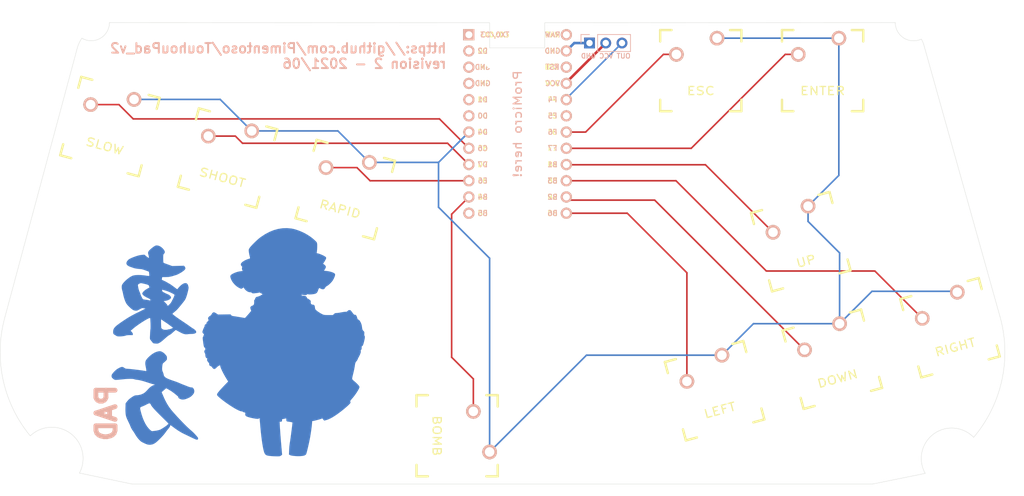
<source format=kicad_pcb>
(kicad_pcb (version 20171130) (host pcbnew "(5.1.10-1-10_14)")
  (layers (0 F.Cu signal) (31 B.Cu signal) (34 B.Paste user) (35 F.Paste user) (36 B.SilkS user) (37 F.SilkS user) (38 B.Mask user) (39 F.Mask user) (44 Edge.Cuts user))
  (net 0 "")
  (net 1 "Net-(J0-Pad3)")
  (net 2 "Net-(J0-Pad2)")
  (net 3 "Net-(J0-Pad1)")
  (net 4 "Net-(SW0-Pad2)")
  (net 5 "Net-(SW0-Pad1)")
  (net 6 "Net-(SW1-Pad2)")
  (net 7 "Net-(SW2-Pad2)")
  (net 8 "Net-(SW3-Pad2)")
  (net 9 "Net-(SW4-Pad2)")
  (net 10 "Net-(SW5-Pad2)")
  (net 11 "Net-(SW6-Pad2)")
  (net 12 "Net-(SW7-Pad2)")
  (net 13 "Net-(SW8-Pad2)")
  (net 14 "Net-(SW9-Pad2)")
  (module MountingHole:MountingHole_2.2mm_M2 (layer F.Cu) (at 146.84375 52.959)
    (fp_text reference REF** hide)
    (fp_text value MountingHole_2.2mm_M2 hide)
    (pad 1 np_thru_hole circle (at 0 0) (size 2.2 2.2) (drill 2.2) (layers *.Cu *.Mask))
  )
  (module Keebio-Parts:ArduinoProMicro (layer F.Cu) (at 150.8125 62.70625 270)
    (fp_text reference U0 hide)
    (fp_text value "ProMicro here!" (at 0 0 270) (layer B.SilkS) (effects (font (size 1.27 1.524) (thickness 0.2032)) (justify mirror)))
    (fp_text user ST (at -8.91 -5.04) (layer B.SilkS) (effects (font (size 0.8 0.8)) (justify mirror)))
    (fp_text user TX0/D3 (at -13.97 3.571872) (layer F.SilkS) (effects (font (size 0.8 0.8))))
    (fp_text user TX0/D3 (at -13.97 3.571872) (layer B.SilkS) (effects (font (size 0.8 0.8)) (justify mirror)))
    (fp_text user D2 (at -11.43 5.461) (layer F.SilkS) (effects (font (size 0.8 0.8))))
    (fp_text user D0 (at -1.27 5.461) (layer F.SilkS) (effects (font (size 0.8 0.8))))
    (fp_text user D1 (at -3.81 5.461) (layer F.SilkS) (effects (font (size 0.8 0.8))))
    (fp_text user GND (at -6.35 5.461) (layer F.SilkS) (effects (font (size 0.8 0.8))))
    (fp_text user GND (at -8.89 5.461) (layer F.SilkS) (effects (font (size 0.8 0.8))))
    (fp_text user D4 (at 1.27 5.461) (layer F.SilkS) (effects (font (size 0.8 0.8))))
    (fp_text user C6 (at 3.81 5.461) (layer F.SilkS) (effects (font (size 0.8 0.8))))
    (fp_text user D7 (at 6.35 5.461) (layer F.SilkS) (effects (font (size 0.8 0.8))))
    (fp_text user E6 (at 8.89 5.461) (layer F.SilkS) (effects (font (size 0.8 0.8))))
    (fp_text user B4 (at 11.43 5.461) (layer F.SilkS) (effects (font (size 0.8 0.8))))
    (fp_text user B5 (at 13.97 5.461) (layer F.SilkS) (effects (font (size 0.8 0.8))))
    (fp_text user B6 (at 13.97 -5.461) (layer F.SilkS) (effects (font (size 0.8 0.8))))
    (fp_text user B2 (at 11.43 -5.461) (layer B.SilkS) (effects (font (size 0.8 0.8)) (justify mirror)))
    (fp_text user B3 (at 8.89 -5.461) (layer F.SilkS) (effects (font (size 0.8 0.8))))
    (fp_text user B1 (at 6.35 -5.461) (layer F.SilkS) (effects (font (size 0.8 0.8))))
    (fp_text user F7 (at 3.81 -5.461) (layer B.SilkS) (effects (font (size 0.8 0.8)) (justify mirror)))
    (fp_text user F6 (at 1.27 -5.461) (layer B.SilkS) (effects (font (size 0.8 0.8)) (justify mirror)))
    (fp_text user F5 (at -1.27 -5.461) (layer B.SilkS) (effects (font (size 0.8 0.8)) (justify mirror)))
    (fp_text user F4 (at -3.81 -5.461) (layer F.SilkS) (effects (font (size 0.8 0.8))))
    (fp_text user VCC (at -6.35 -5.461) (layer F.SilkS) (effects (font (size 0.8 0.8))))
    (fp_text user ST (at -8.92 -5.73312) (layer F.SilkS) (effects (font (size 0.8 0.8))))
    (fp_text user GND (at -11.43 -5.461) (layer F.SilkS) (effects (font (size 0.8 0.8))))
    (fp_text user RAW (at -13.97 -5.461) (layer F.SilkS) (effects (font (size 0.8 0.8))))
    (fp_text user RAW (at -13.97 -5.461) (layer B.SilkS) (effects (font (size 0.8 0.8)) (justify mirror)))
    (fp_text user GND (at -11.43 -5.461) (layer B.SilkS) (effects (font (size 0.8 0.8)) (justify mirror)))
    (fp_text user VCC (at -6.35 -5.461) (layer B.SilkS) (effects (font (size 0.8 0.8)) (justify mirror)))
    (fp_text user F4 (at -3.81 -5.461) (layer B.SilkS) (effects (font (size 0.8 0.8)) (justify mirror)))
    (fp_text user F5 (at -1.27 -5.461) (layer F.SilkS) (effects (font (size 0.8 0.8))))
    (fp_text user F6 (at 1.27 -5.461) (layer F.SilkS) (effects (font (size 0.8 0.8))))
    (fp_text user F7 (at 3.81 -5.461) (layer F.SilkS) (effects (font (size 0.8 0.8))))
    (fp_text user B1 (at 6.35 -5.461) (layer B.SilkS) (effects (font (size 0.8 0.8)) (justify mirror)))
    (fp_text user B3 (at 8.89 -5.461) (layer B.SilkS) (effects (font (size 0.8 0.8)) (justify mirror)))
    (fp_text user B2 (at 11.43 -5.461) (layer F.SilkS) (effects (font (size 0.8 0.8))))
    (fp_text user B6 (at 13.97 -5.461) (layer B.SilkS) (effects (font (size 0.8 0.8)) (justify mirror)))
    (fp_text user B5 (at 13.97 5.461) (layer B.SilkS) (effects (font (size 0.8 0.8)) (justify mirror)))
    (fp_text user B4 (at 11.43 5.461) (layer B.SilkS) (effects (font (size 0.8 0.8)) (justify mirror)))
    (fp_text user E6 (at 8.89 5.461) (layer B.SilkS) (effects (font (size 0.8 0.8)) (justify mirror)))
    (fp_text user D7 (at 6.35 5.461) (layer B.SilkS) (effects (font (size 0.8 0.8)) (justify mirror)))
    (fp_text user C6 (at 3.81 5.461) (layer B.SilkS) (effects (font (size 0.8 0.8)) (justify mirror)))
    (fp_text user D4 (at 1.27 5.461) (layer B.SilkS) (effects (font (size 0.8 0.8)) (justify mirror)))
    (fp_text user GND (at -8.89 5.461) (layer B.SilkS) (effects (font (size 0.8 0.8)) (justify mirror)))
    (fp_text user GND (at -6.35 5.461) (layer B.SilkS) (effects (font (size 0.8 0.8)) (justify mirror)))
    (fp_text user D1 (at -3.81 5.461) (layer B.SilkS) (effects (font (size 0.8 0.8)) (justify mirror)))
    (fp_text user D0 (at -1.27 5.461) (layer B.SilkS) (effects (font (size 0.8 0.8)) (justify mirror)))
    (fp_text user D2 (at -11.43 5.461) (layer B.SilkS) (effects (font (size 0.8 0.8)) (justify mirror)))
    (pad 24 thru_hole circle (at -13.97 -7.62 270) (size 1.7526 1.7526) (drill 1.0922) (layers *.Cu *.SilkS *.Mask))
    (pad 12 thru_hole circle (at 13.97 7.62 270) (size 1.7526 1.7526) (drill 1.0922) (layers *.Cu *.SilkS *.Mask))
    (pad 23 thru_hole circle (at -11.43 -7.62 270) (size 1.7526 1.7526) (drill 1.0922) (layers *.Cu *.SilkS *.Mask) (net 3 "Net-(J0-Pad1)"))
    (pad 22 thru_hole circle (at -8.89 -7.62 270) (size 1.7526 1.7526) (drill 1.0922) (layers *.Cu *.SilkS *.Mask))
    (pad 21 thru_hole circle (at -6.35 -7.62 270) (size 1.7526 1.7526) (drill 1.0922) (layers *.Cu *.SilkS *.Mask) (net 2 "Net-(J0-Pad2)"))
    (pad 20 thru_hole circle (at -3.81 -7.62 270) (size 1.7526 1.7526) (drill 1.0922) (layers *.Cu *.SilkS *.Mask) (net 1 "Net-(J0-Pad3)"))
    (pad 19 thru_hole circle (at -1.27 -7.62 270) (size 1.7526 1.7526) (drill 1.0922) (layers *.Cu *.SilkS *.Mask))
    (pad 18 thru_hole circle (at 1.27 -7.62 270) (size 1.7526 1.7526) (drill 1.0922) (layers *.Cu *.SilkS *.Mask) (net 9 "Net-(SW4-Pad2)"))
    (pad 17 thru_hole circle (at 3.81 -7.62 270) (size 1.7526 1.7526) (drill 1.0922) (layers *.Cu *.SilkS *.Mask) (net 10 "Net-(SW5-Pad2)"))
    (pad 16 thru_hole circle (at 6.35 -7.62 270) (size 1.7526 1.7526) (drill 1.0922) (layers *.Cu *.SilkS *.Mask) (net 12 "Net-(SW7-Pad2)"))
    (pad 15 thru_hole circle (at 8.89 -7.62 270) (size 1.7526 1.7526) (drill 1.0922) (layers *.Cu *.SilkS *.Mask) (net 14 "Net-(SW9-Pad2)"))
    (pad 14 thru_hole circle (at 11.43 -7.62 270) (size 1.7526 1.7526) (drill 1.0922) (layers *.Cu *.SilkS *.Mask) (net 13 "Net-(SW8-Pad2)"))
    (pad 13 thru_hole circle (at 13.97 -7.62 270) (size 1.7526 1.7526) (drill 1.0922) (layers *.Cu *.SilkS *.Mask) (net 11 "Net-(SW6-Pad2)"))
    (pad 11 thru_hole circle (at 11.43 7.62 270) (size 1.7526 1.7526) (drill 1.0922) (layers *.Cu *.SilkS *.Mask) (net 8 "Net-(SW3-Pad2)"))
    (pad 10 thru_hole circle (at 8.89 7.62 270) (size 1.7526 1.7526) (drill 1.0922) (layers *.Cu *.SilkS *.Mask) (net 7 "Net-(SW2-Pad2)"))
    (pad 9 thru_hole circle (at 6.35 7.62 270) (size 1.7526 1.7526) (drill 1.0922) (layers *.Cu *.SilkS *.Mask) (net 6 "Net-(SW1-Pad2)"))
    (pad 8 thru_hole circle (at 3.81 7.62 270) (size 1.7526 1.7526) (drill 1.0922) (layers *.Cu *.SilkS *.Mask) (net 4 "Net-(SW0-Pad2)"))
    (pad 7 thru_hole circle (at 1.27 7.62 270) (size 1.7526 1.7526) (drill 1.0922) (layers *.Cu *.SilkS *.Mask) (net 5 "Net-(SW0-Pad1)"))
    (pad 6 thru_hole circle (at -1.27 7.62 270) (size 1.7526 1.7526) (drill 1.0922) (layers *.Cu *.SilkS *.Mask))
    (pad 5 thru_hole circle (at -3.81 7.62 270) (size 1.7526 1.7526) (drill 1.0922) (layers *.Cu *.SilkS *.Mask))
    (pad 4 thru_hole circle (at -6.35 7.62 270) (size 1.7526 1.7526) (drill 1.0922) (layers *.Cu *.SilkS *.Mask))
    (pad 3 thru_hole circle (at -8.89 7.62 270) (size 1.7526 1.7526) (drill 1.0922) (layers *.Cu *.SilkS *.Mask))
    (pad 2 thru_hole circle (at -11.43 7.62 270) (size 1.7526 1.7526) (drill 1.0922) (layers *.Cu *.SilkS *.Mask))
    (pad 1 thru_hole rect (at -13.97 7.62 270) (size 1.7526 1.7526) (drill 1.0922) (layers *.Cu *.SilkS *.Mask))
  )
  (module yuyuko:yuyuko (layer B.Cu) (at 107.15625 96.8375 180)
    (fp_text reference "" (at 0 0) (layer B.SilkS) (effects (font (size 1.27 1.27)) (justify mirror)))
    (fp_text value "" (at 0 0) (layer B.SilkS) (effects (font (size 1.27 1.27)) (justify mirror)))
  )
  (module yuyuko:yuyuko_cu (layer B.Cu) (at 107.15625 96.8375 180)
    (fp_text reference "" (at 0 0) (layer B.SilkS) (effects (font (size 1.27 1.27)) (justify mirror)))
    (fp_text value "" (at 0 0) (layer B.SilkS) (effects (font (size 1.27 1.27)) (justify mirror)))
    (fp_poly (pts (xy -6.902485 17.802755) (xy -6.215322 17.698689) (xy -5.533448 17.510572) (xy -4.856404 17.238273) (xy -4.183736 16.881661) (xy -3.514985 16.440604) (xy -3.395019 16.352257) (xy -3.210877 16.205362) (xy -2.998282 16.020909) (xy -2.769366 15.810935) (xy -2.53626 15.587473) (xy -2.311098 15.362561) (xy -2.106011 15.148232) (xy -1.933131 14.956524) (xy -1.804591 14.79947) (xy -1.749375 14.719723) (xy -1.670648 14.58507) (xy -1.627661 14.484743) (xy -1.61274 14.384514) (xy -1.618212 14.250152) (xy -1.625497 14.16711) (xy -1.652162 13.962597) (xy -1.693985 13.731188) (xy -1.736084 13.546667) (xy -1.787708 13.342478) (xy -1.81345 13.204464) (xy -1.809321 13.117014) (xy -1.771332 13.064515) (xy -1.695491 13.031356) (xy -1.598083 13.006667) (xy -1.368944 12.934315) (xy -1.115869 12.824499) (xy -0.868752 12.692532) (xy -0.657484 12.553726) (xy -0.564052 12.476948) (xy -0.426624 12.315184) (xy -0.37337 12.160028) (xy -0.404166 12.01016) (xy -0.508279 11.874233) (xy -0.590681 11.776981) (xy -0.597479 11.715097) (xy -0.592946 11.709679) (xy -0.560904 11.630641) (xy -0.552841 11.50629) (xy -0.567076 11.371998) (xy -0.601926 11.263138) (xy -0.61518 11.241992) (xy -0.663274 11.167943) (xy -0.677333 11.131415) (xy -0.638513 11.114438) (xy -0.53568 11.095108) (xy -0.389273 11.077075) (xy -0.354311 11.07374) (xy -0.076509 11.031298) (xy 0.217851 10.956719) (xy 0.509473 10.857603) (xy 0.779058 10.741548) (xy 1.00731 10.616156) (xy 1.17493 10.489024) (xy 1.202635 10.460605) (xy 1.258589 10.342559) (xy 1.256538 10.173709) (xy 1.19598 9.950906) (xy 1.077405 9.673058) (xy 0.895151 9.36704) (xy 0.653698 9.068205) (xy 0.3742 8.798243) (xy 0.07781 8.578846) (xy -0.073026 8.493417) (xy -0.224908 8.421078) (xy -0.353576 8.367032) (xy -0.435969 8.340777) (xy -0.446268 8.339667) (xy -0.520124 8.364047) (xy -0.623717 8.425071) (xy -0.660143 8.451404) (xy -0.751765 8.515662) (xy -0.811225 8.546837) (xy -0.820918 8.546654) (xy -0.849179 8.500592) (xy -0.88676 8.431171) (xy -1.018743 8.238297) (xy -1.19519 8.064699) (xy -1.396266 7.92385) (xy -1.602135 7.829219) (xy -1.792962 7.794276) (xy -1.823102 7.795285) (xy -1.964487 7.78597) (xy -2.074529 7.723647) (xy -2.092793 7.70721) (xy -2.151059 7.658382) (xy -2.211594 7.630984) (xy -2.296924 7.621465) (xy -2.429574 7.626272) (xy -2.549467 7.635209) (xy -2.75267 7.656228) (xy -2.959098 7.685431) (xy -3.126604 7.716788) (xy -3.137388 7.719287) (xy -3.273345 7.748803) (xy -3.351537 7.754366) (xy -3.395917 7.734175) (xy -3.423497 7.697747) (xy -3.496209 7.634231) (xy -3.549797 7.62) (xy -3.629337 7.592016) (xy -3.712308 7.527724) (xy -3.763644 7.45662) (xy -3.767666 7.43675) (xy -3.733597 7.410853) (xy -3.709876 7.408334) (xy -3.639982 7.38372) (xy -3.54471 7.323429) (xy -3.531244 7.313084) (xy -3.421659 7.247744) (xy -3.265793 7.178825) (xy -3.096586 7.118522) (xy -2.946976 7.079029) (xy -2.875462 7.07029) (xy -2.78928 7.034991) (xy -2.701228 6.951077) (xy -2.63868 6.849389) (xy -2.624666 6.78775) (xy -2.594692 6.696404) (xy -2.535732 6.621304) (xy -2.487183 6.5655) (xy -2.463193 6.494336) (xy -2.458676 6.382437) (xy -2.464427 6.265493) (xy -2.456683 6.021764) (xy -2.398905 5.842348) (xy -2.292129 5.729491) (xy -2.200797 5.693716) (xy -2.042639 5.631782) (xy -1.924336 5.533341) (xy -1.865566 5.416415) (xy -1.862457 5.383844) (xy -1.876702 5.275573) (xy -1.912911 5.133932) (xy -1.933233 5.072439) (xy -2.004218 4.874378) (xy -1.76363 4.585606) (xy -1.611852 4.406928) (xy -1.439637 4.20942) (xy -1.282765 4.034088) (xy -1.274313 4.024831) (xy -1.025584 3.752829) (xy -0.100042 3.908912) (xy 0.1751 3.954565) (xy 0.426713 3.994903) (xy 0.641207 4.027863) (xy 0.804994 4.051378) (xy 0.904486 4.063383) (xy 0.923483 4.064498) (xy 1.021486 4.098437) (xy 1.125349 4.187582) (xy 1.13113 4.194328) (xy 1.240794 4.324657) (xy 2.218481 4.310745) (xy 3.196167 4.296833) (xy 3.465574 4.47675) (xy 3.656628 4.592697) (xy 3.802816 4.648811) (xy 3.919077 4.645189) (xy 4.020349 4.581931) (xy 4.106068 4.480982) (xy 4.179242 4.370751) (xy 4.225255 4.283706) (xy 4.233334 4.254944) (xy 4.267726 4.201444) (xy 4.333956 4.158744) (xy 4.42738 4.102641) (xy 4.54363 4.015619) (xy 4.587956 3.97823) (xy 4.692596 3.868006) (xy 4.736785 3.764525) (xy 4.741334 3.708248) (xy 4.727294 3.598564) (xy 4.693633 3.525233) (xy 4.662752 3.441773) (xy 4.695338 3.337893) (xy 4.781723 3.235834) (xy 4.83689 3.195607) (xy 4.937247 3.11264) (xy 4.980527 3.006799) (xy 4.987306 2.95219) (xy 5.007848 2.841677) (xy 5.051233 2.797229) (xy 5.075994 2.794) (xy 5.177685 2.755984) (xy 5.256018 2.659045) (xy 5.291267 2.528851) (xy 5.291667 2.513383) (xy 5.304333 2.409533) (xy 5.332145 2.347122) (xy 5.378117 2.275033) (xy 5.438327 2.146848) (xy 5.503187 1.987716) (xy 5.563111 1.822785) (xy 5.608511 1.677206) (xy 5.629801 1.576128) (xy 5.630334 1.564896) (xy 5.592505 1.441044) (xy 5.488382 1.323469) (xy 5.40293 1.241734) (xy 5.374895 1.186729) (xy 5.394141 1.13415) (xy 5.403715 1.120493) (xy 5.450975 1.015453) (xy 5.461 0.949593) (xy 5.490856 0.84846) (xy 5.529399 0.800268) (xy 5.556245 0.767323) (xy 5.572911 0.714359) (xy 5.578897 0.631088) (xy 5.573701 0.507222) (xy 5.556822 0.332473) (xy 5.52776 0.09655) (xy 5.486012 -0.210833) (xy 5.477024 -0.275167) (xy 5.439651 -0.510574) (xy 5.402927 -0.672239) (xy 5.363969 -0.77101) (xy 5.335804 -0.806869) (xy 5.262406 -0.891634) (xy 5.192919 -1.002298) (xy 5.152153 -1.094032) (xy 5.160122 -1.15385) (xy 5.223624 -1.223386) (xy 5.230003 -1.229392) (xy 5.312649 -1.360301) (xy 5.331862 -1.519508) (xy 5.286534 -1.678004) (xy 5.249334 -1.735667) (xy 5.19083 -1.85185) (xy 5.166912 -2.017578) (xy 5.165608 -2.075497) (xy 5.141735 -2.290046) (xy 5.069367 -2.440391) (xy 4.944369 -2.534444) (xy 4.920668 -2.544245) (xy 4.849131 -2.583226) (xy 4.852203 -2.624464) (xy 4.86144 -2.634706) (xy 4.90754 -2.73726) (xy 4.889562 -2.876819) (xy 4.810236 -3.038379) (xy 4.780005 -3.081993) (xy 4.699173 -3.182602) (xy 4.634286 -3.247002) (xy 4.610671 -3.259667) (xy 4.587267 -3.297429) (xy 4.573521 -3.392622) (xy 4.572 -3.443605) (xy 4.544667 -3.612209) (xy 4.46708 -3.723058) (xy 4.345854 -3.767255) (xy 4.331008 -3.767667) (xy 4.24757 -3.804709) (xy 4.149862 -3.906461) (xy 4.125302 -3.940172) (xy 3.989765 -4.112832) (xy 3.868613 -4.206897) (xy 3.748649 -4.223418) (xy 3.616672 -4.163448) (xy 3.459485 -4.02804) (xy 3.427554 -3.995796) (xy 3.249065 -3.831916) (xy 3.080435 -3.713005) (xy 2.936965 -3.648989) (xy 2.880027 -3.640667) (xy 2.847006 -3.676837) (xy 2.836334 -3.744933) (xy 2.814493 -3.867756) (xy 2.752487 -4.051031) (xy 2.655589 -4.283766) (xy 2.529073 -4.554974) (xy 2.378213 -4.853664) (xy 2.208283 -5.168848) (xy 2.024556 -5.489535) (xy 1.89985 -5.69635) (xy 1.600971 -6.181636) (xy 2.200847 -6.80291) (xy 2.406048 -7.018475) (xy 2.61141 -7.239619) (xy 2.801812 -7.449671) (xy 2.962133 -7.631963) (xy 3.072528 -7.7639) (xy 3.213685 -7.945093) (xy 3.304968 -8.085987) (xy 3.343802 -8.202102) (xy 3.327607 -8.308957) (xy 3.253806 -8.422074) (xy 3.119822 -8.556972) (xy 2.923077 -8.729171) (xy 2.910417 -8.740005) (xy 2.605068 -8.991753) (xy 2.274392 -9.247616) (xy 1.92715 -9.502121) (xy 1.572106 -9.749795) (xy 1.218022 -9.985165) (xy 0.873659 -10.202759) (xy 0.547781 -10.397103) (xy 0.24915 -10.562725) (xy -0.013472 -10.694152) (xy -0.231322 -10.78591) (xy -0.395638 -10.832529) (xy -0.44756 -10.837333) (xy -0.598308 -10.864801) (xy -0.708115 -10.922) (xy -0.806805 -10.982024) (xy -0.891247 -11.006667) (xy -1.01152 -11.019968) (xy -1.071704 -11.071033) (xy -1.084302 -11.176604) (xy -1.076682 -11.254925) (xy -1.066434 -11.382404) (xy -1.086166 -11.465548) (xy -1.147971 -11.542781) (xy -1.175823 -11.569873) (xy -1.246286 -11.624517) (xy -1.343848 -11.674489) (xy -1.483213 -11.7253) (xy -1.679082 -11.782462) (xy -1.88854 -11.837023) (xy -2.136453 -11.894955) (xy -2.390165 -11.946286) (xy -2.621652 -11.985819) (xy -2.802889 -12.008358) (xy -2.819445 -12.00964) (xy -2.99095 -12.019991) (xy -3.0988 -12.019028) (xy -3.163651 -12.00318) (xy -3.206161 -11.968877) (xy -3.228895 -11.938866) (xy -3.270552 -11.884706) (xy -3.293408 -11.885942) (xy -3.308519 -11.953679) (xy -3.318183 -12.028542) (xy -3.328995 -12.129506) (xy -3.345167 -12.297646) (xy -3.365124 -12.515756) (xy -3.38729 -12.766631) (xy -3.408776 -13.0175) (xy -3.469602 -13.692017) (xy -3.535033 -14.330408) (xy -3.604194 -14.927025) (xy -3.676208 -15.476218) (xy -3.750198 -15.972339) (xy -3.825289 -16.409738) (xy -3.900603 -16.782768) (xy -3.975265 -17.085778) (xy -4.048398 -17.31312) (xy -4.090055 -17.408647) (xy -4.181475 -17.559134) (xy -4.289503 -17.664449) (xy -4.434142 -17.736915) (xy -4.635396 -17.788857) (xy -4.736011 -17.806612) (xy -4.918455 -17.830175) (xy -5.146071 -17.85057) (xy -5.400915 -17.867168) (xy -5.665041 -17.879337) (xy -5.920503 -17.886448) (xy -6.149356 -17.88787) (xy -6.333656 -17.882972) (xy -6.455456 -17.871124) (xy -6.47179 -17.867597) (xy -6.605606 -17.809578) (xy -6.720175 -17.725401) (xy -6.825602 -17.619973) (xy -6.714402 -16.37707) (xy -6.657863 -15.725563) (xy -6.60496 -15.077452) (xy -6.556933 -14.449466) (xy -6.515026 -13.858337) (xy -6.480481 -13.320793) (xy -6.458406 -12.929536) (xy -6.434049 -12.460573) (xy -6.561745 -12.479315) (xy -6.69907 -12.471592) (xy -6.782951 -12.39895) (xy -6.815176 -12.259668) (xy -6.815666 -12.234657) (xy -6.815666 -12.076015) (xy -7.08025 -12.025761) (xy -7.231544 -11.995876) (xy -7.356796 -11.969101) (xy -7.418916 -11.953901) (xy -7.463579 -11.952656) (xy -7.485777 -11.994993) (xy -7.492774 -12.098996) (xy -7.493 -12.138347) (xy -7.507416 -12.303184) (xy -7.556655 -12.400109) (xy -7.6497 -12.441838) (xy -7.710366 -12.446) (xy -7.794603 -12.453633) (xy -7.925965 -12.473451) (xy -8.08038 -12.500835) (xy -8.233777 -12.531166) (xy -8.362085 -12.559822) (xy -8.441233 -12.582184) (xy -8.454207 -12.588763) (xy -8.453779 -12.634017) (xy -8.443091 -12.752002) (xy -8.423583 -12.931592) (xy -8.396693 -13.161663) (xy -8.363862 -13.43109) (xy -8.326529 -13.728749) (xy -8.286132 -14.043515) (xy -8.244111 -14.364264) (xy -8.201906 -14.679871) (xy -8.160955 -14.979212) (xy -8.122698 -15.251162) (xy -8.088574 -15.484596) (xy -8.060023 -15.668391) (xy -8.042727 -15.769167) (xy -8.006701 -16.004644) (xy -7.973996 -16.294109) (xy -7.947615 -16.606881) (xy -7.930559 -16.912282) (xy -7.930346 -16.917778) (xy -7.904135 -17.600722) (xy -8.013556 -17.672418) (xy -8.154668 -17.733805) (xy -8.362756 -17.783995) (xy -8.620798 -17.822436) (xy -8.911775 -17.848577) (xy -9.218668 -17.861864) (xy -9.524456 -17.861747) (xy -9.812119 -17.847672) (xy -10.064638 -17.819088) (xy -10.264992 -17.775442) (xy -10.340088 -17.747889) (xy -10.502482 -17.651364) (xy -10.587199 -17.540609) (xy -10.587882 -17.538888) (xy -10.633176 -17.403171) (xy -10.691323 -17.19811) (xy -10.759147 -16.937496) (xy -10.83347 -16.635119) (xy -10.911116 -16.30477) (xy -10.988907 -15.96024) (xy -11.063666 -15.61532) (xy -11.132216 -15.2838) (xy -11.19138 -14.979473) (xy -11.237469 -14.719231) (xy -11.299045 -14.33306) (xy -11.356011 -13.950237) (xy -11.40673 -13.583746) (xy -11.449566 -13.24657) (xy -11.482883 -12.951694) (xy -11.505043 -12.712101) (xy -11.514412 -12.540776) (xy -11.514615 -12.520083) (xy -11.521529 -12.41522) (xy -11.552628 -12.370383) (xy -11.617403 -12.361333) (xy -11.701655 -12.349946) (xy -11.84805 -12.319115) (xy -12.037671 -12.273833) (xy -12.251599 -12.219093) (xy -12.470913 -12.159889) (xy -12.676697 -12.101214) (xy -12.85003 -12.048063) (xy -12.971993 -12.005427) (xy -12.983397 -12.000789) (xy -13.095558 -11.962683) (xy -13.150559 -11.968978) (xy -13.159693 -11.98358) (xy -13.196737 -12.044603) (xy -13.268875 -12.136066) (xy -13.294531 -12.165482) (xy -13.412851 -12.297833) (xy -13.702009 -12.222981) (xy -14.028128 -12.116239) (xy -14.382876 -11.956091) (xy -14.774467 -11.738381) (xy -15.208408 -11.460777) (xy -15.496795 -11.260247) (xy -15.793404 -11.043038) (xy -16.090296 -10.815957) (xy -16.37953 -10.585811) (xy -16.653168 -10.359405) (xy -16.903271 -10.143546) (xy -17.1219 -9.94504) (xy -17.301116 -9.770694) (xy -17.432978 -9.627315) (xy -17.50955 -9.521708) (xy -17.526 -9.473848) (xy -17.50598 -9.368083) (xy -17.482336 -9.310846) (xy -17.470974 -9.266701) (xy -17.487223 -9.210253) (xy -17.538913 -9.129035) (xy -17.633873 -9.010582) (xy -17.768086 -8.855844) (xy -17.972297 -8.612735) (xy -18.174126 -8.351265) (xy -18.366204 -8.083046) (xy -18.541168 -7.819694) (xy -18.691649 -7.572822) (xy -18.810281 -7.354044) (xy -18.889699 -7.174973) (xy -18.922537 -7.047224) (xy -18.923 -7.034966) (xy -18.889921 -6.94158) (xy -18.795412 -6.806013) (xy -18.646568 -6.635815) (xy -18.450482 -6.438534) (xy -18.214248 -6.221719) (xy -17.944961 -5.992919) (xy -17.939757 -5.988658) (xy -17.824707 -5.87097) (xy -17.77858 -5.7564) (xy -17.776626 -5.734658) (xy -17.784936 -5.651265) (xy -17.811863 -5.503528) (xy -17.853776 -5.308793) (xy -17.907042 -5.084409) (xy -17.940286 -4.953) (xy -18.00837 -4.67327) (xy -18.075462 -4.368562) (xy -18.134707 -4.071876) (xy -18.179249 -3.816211) (xy -18.18655 -3.767667) (xy -18.21952 -3.546557) (xy -18.247836 -3.389592) (xy -18.278272 -3.277024) (xy -18.317601 -3.189106) (xy -18.372598 -3.10609) (xy -18.444859 -3.014602) (xy -18.536964 -2.893156) (xy -18.60237 -2.791611) (xy -18.626667 -2.732919) (xy -18.646315 -2.668307) (xy -18.697682 -2.555825) (xy -18.765375 -2.42765) (xy -18.9195 -2.134894) (xy -19.034236 -1.878982) (xy -19.107341 -1.667048) (xy -19.136575 -1.506229) (xy -19.119697 -1.40366) (xy -19.095067 -1.377522) (xy -19.094782 -1.335463) (xy -19.14535 -1.263721) (xy -19.158567 -1.249948) (xy -19.21884 -1.175087) (xy -19.25016 -1.08585) (xy -19.261081 -0.952452) (xy -19.261666 -0.890924) (xy -19.266621 -0.74221) (xy -19.284013 -0.662204) (xy -19.317633 -0.635393) (xy -19.324191 -0.635) (xy -19.383457 -0.614226) (xy -19.439574 -0.546103) (xy -19.496373 -0.42193) (xy -19.557686 -0.233006) (xy -19.627345 0.029369) (xy -19.640772 0.083866) (xy -19.709844 0.385813) (xy -19.75125 0.616441) (xy -19.765662 0.784216) (xy -19.753753 0.897602) (xy -19.716194 0.965064) (xy -19.711127 0.96955) (xy -19.678507 1.025014) (xy -19.667197 1.129845) (xy -19.674802 1.294879) (xy -19.684524 1.446027) (xy -19.677582 1.543111) (xy -19.645147 1.61637) (xy -19.578393 1.696043) (xy -19.548438 1.727729) (xy -19.463316 1.824578) (xy -19.404416 1.917753) (xy -19.364293 2.028654) (xy -19.3355 2.178677) (xy -19.310593 2.389221) (xy -19.307436 2.420318) (xy -19.267882 2.642116) (xy -19.197961 2.867208) (xy -19.105951 3.080363) (xy -19.000129 3.26635) (xy -18.888771 3.409938) (xy -18.780156 3.495898) (xy -18.713231 3.513667) (xy -18.66429 3.53746) (xy -18.61914 3.617551) (xy -18.570735 3.767006) (xy -18.564638 3.789241) (xy -18.487424 4.021995) (xy -18.401581 4.175333) (xy -18.303169 4.254374) (xy -18.197828 4.265829) (xy -18.140284 4.263941) (xy -18.086587 4.284539) (xy -18.024124 4.338978) (xy -17.940285 4.438616) (xy -17.82246 4.594809) (xy -17.802591 4.621759) (xy -17.680317 4.785815) (xy -17.593252 4.893127) (xy -17.5272 4.955711) (xy -17.467964 4.985582) (xy -17.40135 4.994754) (xy -17.361217 4.995333) (xy -17.234127 4.980437) (xy -17.138627 4.921899) (xy -17.080709 4.859673) (xy -16.990689 4.769928) (xy -16.901726 4.735627) (xy -16.80818 4.735448) (xy -16.706989 4.731688) (xy -16.544396 4.713196) (xy -16.341808 4.682882) (xy -16.120632 4.643652) (xy -16.092791 4.638275) (xy -15.863179 4.59678) (xy -15.642057 4.562599) (xy -15.453625 4.539116) (xy -15.322084 4.529711) (xy -15.315591 4.529667) (xy -15.176121 4.522675) (xy -15.078042 4.490708) (xy -14.981609 4.417282) (xy -14.932859 4.370917) (xy -14.770316 4.212167) (xy -14.105575 4.212167) (xy -13.845304 4.213333) (xy -13.652026 4.218101) (xy -13.508081 4.228372) (xy -13.395813 4.246047) (xy -13.297564 4.273029) (xy -13.199226 4.309782) (xy -12.996349 4.406456) (xy -12.759192 4.542016) (xy -12.51615 4.698419) (xy -12.295613 4.857624) (xy -12.158986 4.970783) (xy -12.063267 5.065604) (xy -12.008139 5.153254) (xy -11.977682 5.267338) (xy -11.961848 5.386901) (xy -11.929154 5.593961) (xy -11.879595 5.729658) (xy -11.803537 5.806991) (xy -11.691342 5.838954) (xy -11.624393 5.842) (xy -11.459559 5.871889) (xy -11.35186 5.962684) (xy -11.300004 6.116075) (xy -11.29685 6.271264) (xy -11.298679 6.399017) (xy -11.274118 6.476531) (xy -11.211255 6.536983) (xy -11.198071 6.546431) (xy -11.082369 6.631045) (xy -10.966162 6.720417) (xy -10.867571 6.784573) (xy -10.785379 6.815229) (xy -10.778305 6.815667) (xy -10.721679 6.850854) (xy -10.710333 6.897973) (xy -10.683807 6.984327) (xy -10.619001 7.086101) (xy -10.609604 7.097384) (xy -10.545837 7.160482) (xy -10.472676 7.198316) (xy -10.364605 7.219377) (xy -10.206336 7.231584) (xy -10.040869 7.244913) (xy -9.939625 7.265839) (xy -9.882176 7.300414) (xy -9.857648 7.334913) (xy -9.836528 7.38213) (xy -9.849315 7.404109) (xy -9.91201 7.40487) (xy -10.040616 7.388431) (xy -10.059832 7.385695) (xy -10.298417 7.357096) (xy -10.471604 7.351316) (xy -10.595928 7.369834) (xy -10.687922 7.414131) (xy -10.725772 7.445286) (xy -10.805746 7.505613) (xy -10.852881 7.499889) (xy -10.860326 7.490045) (xy -10.918377 7.465321) (xy -11.040718 7.453409) (xy -11.208158 7.453002) (xy -11.401506 7.462791) (xy -11.601572 7.48147) (xy -11.789165 7.50773) (xy -11.945094 7.540266) (xy -12.034352 7.570027) (xy -12.160882 7.635) (xy -12.254834 7.710346) (xy -12.330438 7.814798) (xy -12.401926 7.96709) (xy -12.466998 8.139527) (xy -12.532233 8.311389) (xy -12.588091 8.410601) (xy -12.651644 8.444944) (xy -12.739961 8.422198) (xy -12.870112 8.350145) (xy -12.895497 8.33484) (xy -13.028613 8.281262) (xy -13.18032 8.255424) (xy -13.19865 8.255) (xy -13.331443 8.270194) (xy -13.42799 8.329491) (xy -13.476478 8.381772) (xy -13.55385 8.48693) (xy -13.605548 8.580827) (xy -13.609829 8.592602) (xy -13.662283 8.657928) (xy -13.765777 8.72975) (xy -13.831996 8.763134) (xy -13.969682 8.845709) (xy -14.144038 8.98436) (xy -14.340783 9.167544) (xy -14.376138 9.203001) (xy -14.55501 9.392317) (xy -14.689217 9.557631) (xy -14.799886 9.728231) (xy -14.908144 9.933406) (xy -14.918895 9.955399) (xy -15.035035 10.218125) (xy -15.098103 10.422964) (xy -15.109219 10.577078) (xy -15.069506 10.687629) (xy -15.038916 10.721913) (xy -14.893829 10.817804) (xy -14.683034 10.909989) (xy -14.425468 10.992772) (xy -14.140068 11.060455) (xy -13.845769 11.107343) (xy -13.715087 11.12017) (xy -13.558206 11.133392) (xy -13.440083 11.145489) (xy -13.380709 11.154341) (xy -13.377333 11.155979) (xy -13.397424 11.194238) (xy -13.450142 11.285287) (xy -13.524151 11.409557) (xy -13.5255 11.411798) (xy -13.625407 11.596447) (xy -13.667626 11.737645) (xy -13.650679 11.85525) (xy -13.57309 11.969126) (xy -13.477206 12.061402) (xy -13.367737 12.152453) (xy -13.280884 12.215102) (xy -13.240768 12.234333) (xy -13.241871 12.264777) (xy -13.285056 12.343905) (xy -13.347345 12.435417) (xy -13.459744 12.603011) (xy -13.563416 12.781204) (xy -13.647638 12.949009) (xy -13.701686 13.085441) (xy -13.716 13.15688) (xy -13.686715 13.241013) (xy -13.620693 13.325111) (xy -13.518299 13.398956) (xy -13.357245 13.490107) (xy -13.159053 13.588682) (xy -12.945246 13.684803) (xy -12.737346 13.768589) (xy -12.556875 13.830161) (xy -12.473432 13.851762) (xy -12.225697 13.904057) (xy -12.252457 14.074612) (xy -12.277143 14.278036) (xy -12.296132 14.523634) (xy -12.308407 14.784405) (xy -12.31295 15.03335) (xy -12.308745 15.243469) (xy -12.300467 15.349587) (xy -12.282836 15.471342) (xy -12.255716 15.562428) (xy -12.205822 15.644937) (xy -12.119868 15.740962) (xy -11.987819 15.869494) (xy -11.735158 16.100505) (xy -11.483884 16.307056) (xy -11.209588 16.507842) (xy -10.887863 16.721555) (xy -10.813323 16.768984) (xy -10.433362 16.988655) (xy -10.010821 17.197374) (xy -9.567016 17.386761) (xy -9.123261 17.548436) (xy -8.700873 17.674018) (xy -8.321167 17.755127) (xy -8.294502 17.759259) (xy -7.595393 17.822901) (xy -6.902485 17.802755)) (layer B.Cu) (width 0.01))
    (fp_poly (pts (xy 12.508606 -1.462305) (xy 12.755485 -1.525361) (xy 13.00999 -1.619709) (xy 13.134172 -1.67773) (xy 13.387496 -1.826723) (xy 13.651516 -2.017932) (xy 13.909237 -2.235808) (xy 14.143668 -2.464802) (xy 14.337815 -2.689367) (xy 14.474685 -2.893954) (xy 14.485124 -2.913806) (xy 14.540352 -3.089949) (xy 14.561365 -3.318351) (xy 14.547642 -3.5736) (xy 14.503534 -3.811689) (xy 14.464942 -3.988935) (xy 14.429953 -4.193384) (xy 14.414208 -4.311748) (xy 14.39984 -4.456523) (xy 14.400279 -4.534553) (xy 14.418906 -4.562985) (xy 14.459103 -4.558966) (xy 14.462758 -4.557928) (xy 14.567685 -4.534968) (xy 14.742932 -4.504895) (xy 14.974618 -4.469494) (xy 15.248864 -4.430548) (xy 15.551792 -4.389843) (xy 15.869522 -4.349163) (xy 16.188175 -4.310292) (xy 16.493872 -4.275016) (xy 16.772734 -4.245118) (xy 17.010882 -4.222384) (xy 17.166167 -4.21033) (xy 17.38713 -4.19494) (xy 17.54286 -4.179124) (xy 17.652662 -4.157839) (xy 17.735843 -4.126042) (xy 17.811709 -4.078687) (xy 17.88463 -4.022623) (xy 18.010681 -3.941567) (xy 18.140842 -3.903745) (xy 18.288094 -3.911243) (xy 18.465416 -3.966149) (xy 18.685789 -4.070549) (xy 18.889979 -4.184237) (xy 19.04901 -4.293716) (xy 19.225255 -4.442775) (xy 19.40326 -4.615057) (xy 19.567572 -4.794205) (xy 19.702738 -4.963863) (xy 19.793304 -5.107676) (xy 19.817331 -5.165764) (xy 19.840602 -5.36528) (xy 19.783537 -5.545622) (xy 19.644717 -5.70996) (xy 19.537091 -5.791937) (xy 19.428319 -5.861799) (xy 19.340857 -5.902199) (xy 19.24609 -5.919496) (xy 19.115402 -5.920046) (xy 18.988027 -5.913913) (xy 18.815624 -5.902009) (xy 18.587026 -5.882633) (xy 18.330111 -5.858318) (xy 18.072757 -5.831592) (xy 18.034 -5.827328) (xy 17.691308 -5.794499) (xy 17.35849 -5.772286) (xy 17.048402 -5.76078) (xy 16.773903 -5.760074) (xy 16.54785 -5.77026) (xy 16.383101 -5.791431) (xy 16.306815 -5.814917) (xy 16.202255 -5.850466) (xy 16.051227 -5.882316) (xy 15.930665 -5.898647) (xy 15.696445 -5.927956) (xy 15.453806 -5.971377) (xy 15.188663 -6.032466) (xy 14.88693 -6.114777) (xy 14.534521 -6.221868) (xy 14.129509 -6.353257) (xy 13.862859 -6.439741) (xy 13.615805 -6.516252) (xy 13.402207 -6.578785) (xy 13.235924 -6.623334) (xy 13.130812 -6.645892) (xy 13.110405 -6.64786) (xy 13.040677 -6.651167) (xy 13.032425 -6.663257) (xy 13.092375 -6.690716) (xy 13.191558 -6.727309) (xy 13.460673 -6.842683) (xy 13.695419 -6.988387) (xy 13.921896 -7.182473) (xy 14.068793 -7.33414) (xy 14.272235 -7.553231) (xy 14.432541 -7.719374) (xy 14.562019 -7.843605) (xy 14.672979 -7.936961) (xy 14.777729 -8.010481) (xy 14.88858 -8.0752) (xy 14.905273 -8.08418) (xy 15.199682 -8.209493) (xy 15.528775 -8.297617) (xy 15.849977 -8.337734) (xy 15.90811 -8.339041) (xy 16.062948 -8.347959) (xy 16.204532 -8.379177) (xy 16.352163 -8.440795) (xy 16.525138 -8.540917) (xy 16.742756 -8.687643) (xy 16.749149 -8.692128) (xy 16.95576 -8.842327) (xy 17.114207 -8.973276) (xy 17.249226 -9.108783) (xy 17.385552 -9.272656) (xy 17.476751 -9.39247) (xy 17.646403 -9.619774) (xy 17.657725 -10.175637) (xy 17.663245 -10.565075) (xy 17.66028 -10.886379) (xy 17.645754 -11.155907) (xy 17.616592 -11.39002) (xy 17.569716 -11.605076) (xy 17.502052 -11.817435) (xy 17.410521 -12.043456) (xy 17.29205 -12.299498) (xy 17.237091 -12.412634) (xy 17.133176 -12.627431) (xy 17.041163 -12.822667) (xy 16.96833 -12.982511) (xy 16.921957 -13.091127) (xy 16.910356 -13.123333) (xy 16.852563 -13.276067) (xy 16.761288 -13.466181) (xy 16.653068 -13.662747) (xy 16.544442 -13.834833) (xy 16.491593 -13.9065) (xy 16.396458 -14.037675) (xy 16.289649 -14.203024) (xy 16.215196 -14.329833) (xy 16.009041 -14.670938) (xy 15.786801 -14.984109) (xy 15.558521 -15.257784) (xy 15.334246 -15.480401) (xy 15.124019 -15.640397) (xy 15.032968 -15.690653) (xy 14.862769 -15.771427) (xy 14.665419 -15.865401) (xy 14.521978 -15.933901) (xy 14.189399 -16.047342) (xy 13.842465 -16.08035) (xy 13.49581 -16.031977) (xy 13.407857 -16.006059) (xy 13.235139 -15.932589) (xy 13.050466 -15.828817) (xy 12.94219 -15.753675) (xy 12.729339 -15.57559) (xy 12.487973 -15.353309) (xy 12.23413 -15.103479) (xy 11.983848 -14.842746) (xy 11.753165 -14.587758) (xy 11.55812 -14.355161) (xy 11.43 -14.184113) (xy 11.299039 -13.999418) (xy 11.164404 -13.818807) (xy 11.044813 -13.666957) (xy 10.980487 -13.591446) (xy 10.818698 -13.390054) (xy 10.712411 -13.208495) (xy 10.668719 -13.059252) (xy 10.668 -13.04129) (xy 10.658297 -13.009765) (xy 10.622095 -13.012016) (xy 10.548755 -13.053556) (xy 10.427636 -13.1399) (xy 10.31875 -13.222277) (xy 9.797451 -13.606002) (xy 9.317354 -13.928171) (xy 8.88197 -14.186522) (xy 8.593667 -14.33386) (xy 8.480527 -14.387736) (xy 8.308303 -14.470562) (xy 8.093988 -14.574128) (xy 7.854573 -14.690223) (xy 7.624407 -14.80218) (xy 7.31659 -14.951546) (xy 7.07456 -15.067095) (xy 6.888354 -15.152833) (xy 6.748011 -15.212767) (xy 6.643568 -15.250902) (xy 6.565064 -15.271245) (xy 6.502535 -15.277802) (xy 6.448844 -15.274908) (xy 6.362932 -15.25097) (xy 6.325091 -15.187287) (xy 6.315543 -15.123243) (xy 6.316723 -15.051019) (xy 6.341649 -14.97768) (xy 6.400097 -14.886786) (xy 6.501844 -14.761893) (xy 6.590709 -14.660456) (xy 6.80638 -14.421803) (xy 6.99421 -14.225431) (xy 7.178886 -14.047218) (xy 7.385097 -13.863042) (xy 7.5565 -13.716792) (xy 7.756006 -13.539967) (xy 8.000742 -13.308946) (xy 8.280974 -13.033932) (xy 8.512907 -12.799866) (xy 10.934576 -12.799866) (xy 10.93926 -12.826978) (xy 10.96228 -12.846333) (xy 10.978759 -12.855387) (xy 11.063559 -12.915662) (xy 11.103446 -12.966837) (xy 11.14612 -13.011012) (xy 11.246512 -13.089879) (xy 11.390301 -13.193638) (xy 11.563168 -13.312493) (xy 11.750795 -13.436645) (xy 11.938861 -13.556299) (xy 12.113047 -13.661655) (xy 12.15123 -13.683745) (xy 12.301796 -13.748056) (xy 12.517789 -13.810593) (xy 12.780004 -13.867109) (xy 13.069236 -13.913361) (xy 13.313834 -13.940715) (xy 13.423382 -13.9518) (xy 13.489204 -13.96101) (xy 13.495852 -13.962883) (xy 13.537924 -13.950598) (xy 13.622412 -13.911102) (xy 13.627312 -13.90858) (xy 13.7069 -13.851557) (xy 13.823953 -13.748369) (xy 13.959694 -13.616137) (xy 14.040882 -13.531494) (xy 14.302448 -13.205686) (xy 14.551222 -12.805418) (xy 14.782661 -12.340491) (xy 14.992222 -11.820709) (xy 15.175363 -11.255875) (xy 15.281926 -10.85339) (xy 15.33848 -10.613774) (xy 15.370138 -10.441403) (xy 15.371739 -10.321186) (xy 15.33812 -10.238032) (xy 15.264118 -10.17685) (xy 15.144569 -10.122549) (xy 15.015619 -10.074988) (xy 14.860789 -10.012045) (xy 14.664172 -9.922214) (xy 14.457635 -9.820361) (xy 14.358425 -9.768403) (xy 14.146177 -9.661443) (xy 13.990212 -9.60344) (xy 13.877461 -9.594787) (xy 13.794852 -9.635876) (xy 13.729318 -9.727099) (xy 13.700376 -9.788142) (xy 13.645456 -9.895687) (xy 13.565091 -10.020346) (xy 13.455066 -10.166747) (xy 13.311169 -10.339518) (xy 13.129186 -10.543286) (xy 12.904903 -10.78268) (xy 12.634108 -11.062326) (xy 12.312587 -11.386853) (xy 11.936126 -11.760889) (xy 11.629233 -12.062915) (xy 11.397264 -12.290839) (xy 11.219812 -12.466928) (xy 11.090847 -12.598529) (xy 11.00434 -12.692988) (xy 10.95426 -12.757651) (xy 10.934576 -12.799866) (xy 8.512907 -12.799866) (xy 8.586965 -12.725127) (xy 8.908979 -12.392733) (xy 9.237279 -12.046952) (xy 9.562129 -11.697986) (xy 9.873793 -11.356038) (xy 10.162534 -11.031309) (xy 10.418617 -10.734002) (xy 10.52669 -10.6045) (xy 10.865485 -10.149672) (xy 11.190291 -9.627742) (xy 11.490858 -9.056194) (xy 11.682661 -8.632846) (xy 11.770784 -8.426172) (xy 11.852269 -8.237144) (xy 11.918795 -8.084928) (xy 11.96204 -7.988691) (xy 11.966018 -7.980239) (xy 12.000449 -7.893901) (xy 11.990378 -7.835207) (xy 11.925894 -7.768533) (xy 11.901243 -7.747405) (xy 11.80487 -7.664819) (xy 11.67357 -7.551375) (xy 11.539032 -7.434475) (xy 11.301911 -7.227784) (xy 11.037872 -7.368009) (xy 10.486514 -7.694356) (xy 9.983996 -8.065001) (xy 9.889087 -8.144167) (xy 9.740989 -8.268994) (xy 9.610429 -8.377138) (xy 9.515013 -8.454116) (xy 9.480036 -8.480678) (xy 9.420649 -8.559347) (xy 9.391115 -8.657901) (xy 9.369812 -8.73626) (xy 9.314302 -8.79953) (xy 9.205631 -8.866071) (xy 9.144 -8.897239) (xy 8.947279 -8.973297) (xy 8.744593 -9.005851) (xy 8.52355 -8.993115) (xy 8.271761 -8.933305) (xy 7.976834 -8.824636) (xy 7.665845 -8.684336) (xy 7.496817 -8.578726) (xy 7.313299 -8.425311) (xy 7.142684 -8.249869) (xy 7.012365 -8.078175) (xy 6.999988 -8.057776) (xy 6.914861 -7.834205) (xy 6.907553 -7.600943) (xy 6.976946 -7.377294) (xy 7.045821 -7.267442) (xy 7.130688 -7.169456) (xy 7.212218 -7.124086) (xy 7.330345 -7.111496) (xy 7.360441 -7.111172) (xy 7.516234 -7.091202) (xy 7.726351 -7.030797) (xy 7.999045 -6.92755) (xy 8.022167 -6.918046) (xy 8.226888 -6.834651) (xy 8.423062 -6.756742) (xy 8.586094 -6.693977) (xy 8.678334 -6.660399) (xy 8.811291 -6.609889) (xy 8.985418 -6.537229) (xy 9.16565 -6.457112) (xy 9.186334 -6.447551) (xy 9.382363 -6.362477) (xy 9.615332 -6.270131) (xy 9.84116 -6.187835) (xy 9.884834 -6.173023) (xy 10.283436 -6.038093) (xy 10.609493 -5.922715) (xy 10.871839 -5.823092) (xy 11.079313 -5.735426) (xy 11.240749 -5.655919) (xy 11.364985 -5.580773) (xy 11.460858 -5.50619) (xy 11.482152 -5.486495) (xy 11.597127 -5.364689) (xy 11.660398 -5.259689) (xy 11.689896 -5.140136) (xy 11.692578 -5.118462) (xy 11.723446 -4.974614) (xy 11.780485 -4.802539) (xy 11.827626 -4.69114) (xy 11.895224 -4.524795) (xy 11.93399 -4.360046) (xy 11.945686 -4.174866) (xy 11.932074 -3.947228) (xy 11.904927 -3.725333) (xy 11.876275 -3.542394) (xy 11.846834 -3.422867) (xy 11.808968 -3.345774) (xy 11.755038 -3.290138) (xy 11.7431 -3.280833) (xy 11.655679 -3.208696) (xy 11.533859 -3.100873) (xy 11.403973 -2.980673) (xy 11.403642 -2.980359) (xy 11.286959 -2.866864) (xy 11.219038 -2.784367) (xy 11.186689 -2.706157) (xy 11.176723 -2.60552) (xy 11.176 -2.519304) (xy 11.182478 -2.368829) (xy 11.211097 -2.257638) (xy 11.275639 -2.146094) (xy 11.33268 -2.068606) (xy 11.539433 -1.835641) (xy 11.764917 -1.647874) (xy 11.994299 -1.514953) (xy 12.212749 -1.446526) (xy 12.300106 -1.439333) (xy 12.508606 -1.462305)) (layer B.Cu) (width 0.01))
    (fp_poly (pts (xy 12.868096 15.106927) (xy 12.971434 15.081852) (xy 13.084195 15.027487) (xy 13.232843 14.933546) (xy 13.265043 14.911917) (xy 13.448737 14.777436) (xy 13.648115 14.615333) (xy 13.821092 14.459884) (xy 13.826449 14.454696) (xy 13.993612 14.275064) (xy 14.093045 14.118999) (xy 14.130872 13.96866) (xy 14.113215 13.806208) (xy 14.0829 13.707542) (xy 14.036472 13.542774) (xy 14.003628 13.364583) (xy 13.999556 13.328275) (xy 13.98127 13.131051) (xy 14.197885 13.261686) (xy 14.346761 13.362888) (xy 14.488841 13.477748) (xy 14.552138 13.538375) (xy 14.607611 13.596017) (xy 14.657707 13.636025) (xy 14.716623 13.659239) (xy 14.798553 13.666498) (xy 14.917694 13.65864) (xy 15.08824 13.636505) (xy 15.324388 13.600931) (xy 15.403932 13.588718) (xy 15.603503 13.547013) (xy 15.843647 13.479603) (xy 16.107122 13.39316) (xy 16.376681 13.294356) (xy 16.635081 13.189865) (xy 16.865079 13.086358) (xy 17.04943 12.990508) (xy 17.17089 12.908987) (xy 17.178862 12.901926) (xy 17.374946 12.689449) (xy 17.487584 12.490094) (xy 17.517185 12.305286) (xy 17.464156 12.136448) (xy 17.328906 11.985003) (xy 17.111843 11.852375) (xy 16.848667 11.75084) (xy 16.669359 11.691616) (xy 16.480931 11.625281) (xy 16.404167 11.59675) (xy 16.26658 11.556336) (xy 16.0765 11.516167) (xy 15.865881 11.482575) (xy 15.769167 11.470891) (xy 15.563704 11.448803) (xy 15.367117 11.427313) (xy 15.209593 11.409736) (xy 15.155334 11.4035) (xy 15.026865 11.377421) (xy 14.852138 11.3276) (xy 14.662837 11.26336) (xy 14.605 11.241531) (xy 14.427809 11.174026) (xy 14.266105 11.114647) (xy 14.146541 11.073105) (xy 14.118167 11.064154) (xy 14.053774 11.040463) (xy 14.012917 11.003353) (xy 13.986763 10.933294) (xy 13.96648 10.810758) (xy 13.952829 10.698585) (xy 13.937906 10.540248) (xy 13.932921 10.416233) (xy 13.938597 10.348872) (xy 13.941335 10.343888) (xy 13.993359 10.336837) (xy 14.105766 10.343084) (xy 14.25556 10.361226) (xy 14.276006 10.364297) (xy 14.819473 10.435705) (xy 15.312411 10.475959) (xy 15.748682 10.48506) (xy 16.122149 10.46301) (xy 16.426674 10.409813) (xy 16.572647 10.363377) (xy 16.812215 10.245185) (xy 17.080406 10.073226) (xy 17.357937 9.863546) (xy 17.625528 9.632188) (xy 17.863894 9.395198) (xy 18.053755 9.168619) (xy 18.114287 9.080589) (xy 18.18946 8.94876) (xy 18.229272 8.831106) (xy 18.244227 8.688563) (xy 18.245667 8.592006) (xy 18.229166 8.36446) (xy 18.185602 8.143223) (xy 18.166111 8.079356) (xy 18.114267 7.909776) (xy 18.071244 7.736629) (xy 18.056521 7.659979) (xy 17.994044 7.343266) (xy 17.906758 7.002713) (xy 17.804005 6.670232) (xy 17.695127 6.377738) (xy 17.652876 6.281079) (xy 17.571301 6.114884) (xy 17.488955 5.976494) (xy 17.390017 5.844765) (xy 17.25867 5.698555) (xy 17.08647 5.52402) (xy 16.844794 5.295001) (xy 16.640388 5.126904) (xy 16.46059 5.012274) (xy 16.292737 4.943657) (xy 16.124169 4.913599) (xy 16.044573 4.910667) (xy 15.92352 4.916103) (xy 15.816466 4.938171) (xy 15.699144 4.985516) (xy 15.547287 5.066778) (xy 15.453841 5.121054) (xy 15.270522 5.221715) (xy 15.122967 5.288376) (xy 15.025869 5.314664) (xy 15.009438 5.313865) (xy 14.915904 5.297939) (xy 14.780095 5.278022) (xy 14.715888 5.269388) (xy 14.509276 5.242488) (xy 14.991055 4.991323) (xy 15.211606 4.877836) (xy 15.441087 4.762248) (xy 15.650156 4.659208) (xy 15.790334 4.592232) (xy 15.949254 4.517126) (xy 16.086372 4.45042) (xy 16.177088 4.404132) (xy 16.189279 4.397363) (xy 16.259583 4.358826) (xy 16.385327 4.291709) (xy 16.546824 4.206471) (xy 16.676112 4.138745) (xy 16.899861 4.015166) (xy 17.163462 3.858564) (xy 17.454387 3.677397) (xy 17.76011 3.480125) (xy 18.068103 3.275206) (xy 18.365839 3.071099) (xy 18.640791 2.876264) (xy 18.880431 2.699159) (xy 19.072232 2.548243) (xy 19.203542 2.432099) (xy 19.37785 2.241939) (xy 19.491713 2.067651) (xy 19.558257 1.883204) (xy 19.590432 1.664757) (xy 19.589275 1.44779) (xy 19.540686 1.290262) (xy 19.437593 1.177187) (xy 19.332457 1.117909) (xy 19.202437 1.047923) (xy 19.091857 0.972558) (xy 19.019329 0.928093) (xy 18.923467 0.900878) (xy 18.782281 0.886625) (xy 18.62619 0.881742) (xy 18.389216 0.886406) (xy 18.146871 0.905711) (xy 17.92076 0.936596) (xy 17.732488 0.975998) (xy 17.60366 1.020857) (xy 17.5895 1.02864) (xy 17.502474 1.053239) (xy 17.342271 1.070271) (xy 17.120126 1.078736) (xy 17.018 1.0795) (xy 16.531167 1.0795) (xy 16.517915 1.216907) (xy 16.522258 1.310559) (xy 16.562563 1.405603) (xy 16.65048 1.526578) (xy 16.684328 1.567386) (xy 16.863994 1.78046) (xy 16.761081 1.852128) (xy 16.66906 1.922975) (xy 16.550579 2.022692) (xy 16.488834 2.077518) (xy 16.295337 2.242848) (xy 16.061975 2.425578) (xy 15.799085 2.619104) (xy 15.517007 2.816829) (xy 15.226079 3.01215) (xy 14.936642 3.198467) (xy 14.659033 3.36918) (xy 14.403593 3.517689) (xy 14.18066 3.637393) (xy 14.000574 3.721691) (xy 13.873673 3.763983) (xy 13.841347 3.767667) (xy 13.816798 3.759224) (xy 13.797796 3.726722) (xy 13.783077 3.659396) (xy 13.771379 3.546483) (xy 13.761439 3.377222) (xy 13.751995 3.140847) (xy 13.745734 2.95275) (xy 13.739374 2.686234) (xy 13.737392 2.437721) (xy 13.739618 2.223938) (xy 13.745881 2.061607) (xy 13.755784 1.9685) (xy 13.77016 1.867133) (xy 13.785772 1.70064) (xy 13.801121 1.488518) (xy 13.814706 1.250264) (xy 13.820205 1.131269) (xy 13.830462 0.879435) (xy 13.835575 0.697539) (xy 13.834259 0.57094) (xy 13.825223 0.484998) (xy 13.807182 0.425072) (xy 13.778846 0.376521) (xy 13.750548 0.339377) (xy 13.669261 0.235889) (xy 13.564008 0.101007) (xy 13.491485 0.007652) (xy 13.397096 -0.107864) (xy 13.319687 -0.173069) (xy 13.226611 -0.206254) (xy 13.085221 -0.225704) (xy 13.072525 -0.227039) (xy 12.866367 -0.245628) (xy 12.71705 -0.247753) (xy 12.597655 -0.22932) (xy 12.481266 -0.186235) (xy 12.344455 -0.116298) (xy 12.189428 -0.020246) (xy 12.00904 0.109209) (xy 11.838648 0.246463) (xy 11.815288 0.266893) (xy 11.639635 0.422615) (xy 11.442809 0.597105) (xy 11.266094 0.753764) (xy 11.258908 0.760135) (xy 11.099944 0.890937) (xy 10.931541 1.013454) (xy 10.785893 1.10453) (xy 10.76414 1.11602) (xy 10.611255 1.206432) (xy 10.465755 1.313108) (xy 10.406066 1.3665) (xy 10.298132 1.468574) (xy 10.157288 1.594301) (xy 10.033 1.700487) (xy 9.800167 1.894382) (xy 9.503834 1.734048) (xy 9.320475 1.63486) (xy 9.12763 1.530571) (xy 8.971282 1.446048) (xy 8.615329 1.289584) (xy 8.27755 1.214455) (xy 7.959391 1.22097) (xy 7.937261 1.224602) (xy 7.759873 1.247388) (xy 7.544203 1.263683) (xy 7.336581 1.269999) (xy 7.334292 1.27) (xy 7.054513 1.285914) (xy 6.837316 1.332196) (xy 6.688177 1.40666) (xy 6.612575 1.507119) (xy 6.604 1.561581) (xy 6.645294 1.7124) (xy 6.766302 1.868697) (xy 6.962716 2.025534) (xy 7.064037 2.088843) (xy 7.205797 2.177612) (xy 7.296735 2.238623) (xy 10.244667 2.238623) (xy 10.281581 2.192641) (xy 10.376425 2.134973) (xy 10.505355 2.07587) (xy 10.644525 2.025581) (xy 10.770091 1.994356) (xy 10.825343 1.989019) (xy 10.947998 1.978138) (xy 11.040194 1.952278) (xy 11.049 1.947333) (xy 11.121862 1.926388) (xy 11.250966 1.911377) (xy 11.40307 1.905648) (xy 11.602382 1.9149) (xy 11.751094 1.947967) (xy 11.853793 1.995012) (xy 11.966101 2.075563) (xy 12.047876 2.164905) (xy 12.06064 2.187504) (xy 12.074825 2.256664) (xy 12.086898 2.386234) (xy 12.096583 2.5591) (xy 12.103603 2.758145) (xy 12.107683 2.966252) (xy 12.108547 3.166306) (xy 12.105918 3.34119) (xy 12.099521 3.473789) (xy 12.08908 3.546986) (xy 12.082708 3.556) (xy 12.038509 3.531694) (xy 11.951462 3.469283) (xy 11.881625 3.415007) (xy 11.742887 3.312022) (xy 11.575995 3.19888) (xy 11.472561 3.13386) (xy 11.327576 3.041085) (xy 11.148566 2.918835) (xy 10.968309 2.789652) (xy 10.922228 2.755422) (xy 10.756514 2.632665) (xy 10.592429 2.51366) (xy 10.458118 2.418746) (xy 10.424584 2.395811) (xy 10.322111 2.320281) (xy 10.256952 2.259898) (xy 10.244667 2.238623) (xy 7.296735 2.238623) (xy 7.385475 2.298159) (xy 7.573872 2.430646) (xy 7.663229 2.495921) (xy 7.804137 2.597475) (xy 8.000254 2.734628) (xy 8.235921 2.896647) (xy 8.495479 3.072805) (xy 8.763268 3.252371) (xy 8.89 3.336534) (xy 9.21172 3.552593) (xy 9.506461 3.75665) (xy 9.767015 3.943293) (xy 9.986177 4.107114) (xy 10.15674 4.242701) (xy 10.271497 4.344644) (xy 10.323243 4.407535) (xy 10.325273 4.414057) (xy 10.297202 4.454349) (xy 10.218142 4.530693) (xy 10.104292 4.627627) (xy 10.086574 4.641901) (xy 9.925414 4.775709) (xy 9.755138 4.924571) (xy 9.637685 5.032677) (xy 9.542329 5.132358) (xy 9.407449 5.284967) (xy 9.244823 5.476075) (xy 9.066223 5.691251) (xy 8.883425 5.916066) (xy 8.708204 6.136091) (xy 8.552334 6.336896) (xy 8.42759 6.504052) (xy 8.369342 6.586985) (xy 8.270874 6.76797) (xy 8.1672 7.023221) (xy 8.061724 7.342775) (xy 8.057033 7.359662) (xy 9.990667 7.359662) (xy 10.008619 7.276899) (xy 10.056116 7.141832) (xy 10.123617 6.977265) (xy 10.201581 6.805998) (xy 10.280467 6.650835) (xy 10.306851 6.604) (xy 10.360714 6.504378) (xy 10.430091 6.366829) (xy 10.469647 6.284933) (xy 10.578957 6.110227) (xy 10.739115 5.92618) (xy 10.819849 5.849636) (xy 11.068998 5.627573) (xy 11.09843 5.737622) (xy 11.141022 5.814994) (xy 11.230444 5.930011) (xy 11.350951 6.06328) (xy 11.416053 6.128857) (xy 11.704245 6.410044) (xy 11.384627 6.459462) (xy 11.115698 6.519759) (xy 11.072658 6.536269) (xy 13.759143 6.536269) (xy 13.770302 6.503692) (xy 13.808346 6.493663) (xy 13.888889 6.504965) (xy 14.027548 6.536381) (xy 14.139334 6.563003) (xy 14.259382 6.585505) (xy 14.425667 6.609335) (xy 14.583834 6.6274) (xy 14.740864 6.648596) (xy 14.868545 6.676171) (xy 14.939417 6.704183) (xy 14.939679 6.704392) (xy 14.983882 6.762829) (xy 15.05017 6.875989) (xy 15.127413 7.021574) (xy 15.204483 7.177286) (xy 15.27025 7.320824) (xy 15.313583 7.429892) (xy 15.324667 7.475745) (xy 15.340508 7.536538) (xy 15.382515 7.652249) (xy 15.44241 7.800452) (xy 15.458293 7.837817) (xy 15.527885 8.006677) (xy 15.58037 8.155276) (xy 15.62322 8.310293) (xy 15.663906 8.498405) (xy 15.704895 8.718307) (xy 15.722487 8.883301) (xy 15.696156 8.997488) (xy 15.613378 9.081328) (xy 15.461627 9.155283) (xy 15.429807 9.167682) (xy 15.349001 9.196026) (xy 15.275975 9.210707) (xy 15.191611 9.210532) (xy 15.076794 9.194306) (xy 14.912408 9.160837) (xy 14.752756 9.125422) (xy 14.453413 9.052728) (xy 14.233201 8.986152) (xy 14.086972 8.92372) (xy 14.00958 8.863455) (xy 13.995407 8.83487) (xy 13.974211 8.761662) (xy 13.939967 8.653328) (xy 13.937762 8.646583) (xy 13.915605 8.555292) (xy 13.919823 8.510062) (xy 13.923271 8.509) (xy 13.971237 8.489397) (xy 14.074607 8.436797) (xy 14.215451 8.360521) (xy 14.299475 8.313503) (xy 14.538784 8.161998) (xy 14.741991 8.001726) (xy 14.898399 7.84338) (xy 14.99731 7.697655) (xy 15.028334 7.584872) (xy 14.986881 7.454744) (xy 14.863986 7.31325) (xy 14.661847 7.162179) (xy 14.38266 7.003323) (xy 14.214336 6.921291) (xy 14.020167 6.829333) (xy 13.890587 6.762129) (xy 13.812682 6.710353) (xy 13.773536 6.664676) (xy 13.760234 6.615771) (xy 13.759252 6.59261) (xy 13.759143 6.536269) (xy 11.072658 6.536269) (xy 10.885637 6.608008) (xy 10.7057 6.717262) (xy 10.587138 6.840577) (xy 10.541205 6.971005) (xy 10.541 6.980172) (xy 10.576354 7.089301) (xy 10.669353 7.213287) (xy 10.800407 7.332306) (xy 10.949926 7.426532) (xy 11.006667 7.451395) (xy 11.171227 7.519349) (xy 11.353691 7.603294) (xy 11.535112 7.693445) (xy 11.696548 7.780019) (xy 11.819054 7.853232) (xy 11.883683 7.903299) (xy 11.885084 7.905056) (xy 11.925486 7.999865) (xy 11.938 8.091476) (xy 11.938 8.208103) (xy 11.71575 8.145709) (xy 11.446075 8.06854) (xy 11.233289 8.002923) (xy 11.052222 7.939544) (xy 10.877708 7.869092) (xy 10.684579 7.782253) (xy 10.50925 7.699272) (xy 10.294322 7.594136) (xy 10.146089 7.515193) (xy 10.053468 7.455182) (xy 10.005375 7.406847) (xy 9.990726 7.362929) (xy 9.990667 7.359662) (xy 8.057033 7.359662) (xy 7.957852 7.716671) (xy 7.894963 7.974801) (xy 7.845974 8.19203) (xy 7.815895 8.347992) (xy 7.803009 8.463537) (xy 7.805602 8.559514) (xy 7.821958 8.656772) (xy 7.834404 8.710909) (xy 7.90542 8.941149) (xy 7.993581 9.096648) (xy 8.106396 9.186784) (xy 8.242503 9.220357) (xy 8.461925 9.19533) (xy 8.700622 9.091201) (xy 8.954617 8.91028) (xy 9.21993 8.654874) (xy 9.223109 8.651429) (xy 9.347633 8.513206) (xy 9.447181 8.396845) (xy 9.509687 8.316812) (xy 9.525 8.289399) (xy 9.538956 8.259423) (xy 9.585981 8.268286) (xy 9.673814 8.320495) (xy 9.810191 8.420553) (xy 9.978838 8.553638) (xy 10.627667 9.020834) (xy 11.333148 9.425354) (xy 11.542495 9.528158) (xy 11.990768 9.740635) (xy 11.96485 9.897401) (xy 11.947459 10.018315) (xy 11.938766 10.109436) (xy 11.938555 10.117667) (xy 11.926195 10.145841) (xy 11.880314 10.163096) (xy 11.787104 10.170924) (xy 11.632757 10.170816) (xy 11.483006 10.166883) (xy 10.925864 10.189) (xy 10.394951 10.291334) (xy 10.138834 10.372659) (xy 9.989784 10.421982) (xy 9.851557 10.460474) (xy 9.800167 10.471613) (xy 9.68167 10.509487) (xy 9.512326 10.585308) (xy 9.310736 10.688588) (xy 9.0955 10.808842) (xy 8.885218 10.935584) (xy 8.698488 11.058327) (xy 8.553912 11.166586) (xy 8.528061 11.188795) (xy 8.37906 11.341483) (xy 8.304855 11.475361) (xy 8.302506 11.605171) (xy 8.369076 11.745656) (xy 8.406604 11.798103) (xy 8.515875 11.941364) (xy 9.433187 11.914126) (xy 10.3505 11.886887) (xy 10.837334 12.063961) (xy 11.045679 12.139638) (xy 11.242745 12.211034) (xy 11.404964 12.269622) (xy 11.501461 12.30427) (xy 11.620234 12.354518) (xy 11.705878 12.404837) (xy 11.722024 12.419641) (xy 11.739936 12.482584) (xy 11.753917 12.610757) (xy 11.763781 12.784806) (xy 11.769341 12.985379) (xy 11.770414 13.193121) (xy 11.766812 13.388679) (xy 11.75835 13.5527) (xy 11.744843 13.665829) (xy 11.734322 13.701074) (xy 11.669976 13.790661) (xy 11.603255 13.860618) (xy 11.530698 13.979364) (xy 11.521005 14.132329) (xy 11.57464 14.296502) (xy 11.593735 14.329833) (xy 11.79442 14.598826) (xy 12.028422 14.820801) (xy 12.28203 14.986453) (xy 12.541534 15.086477) (xy 12.747717 15.113) (xy 12.868096 15.106927)) (layer B.Cu) (width 0.01))
  )
  (module Keebio-Parts:MX_PCB_100H (layer F.Cu) (at 218.42075 94.602066 15)
    (fp_text reference RIGHT (at 0 3.174999 15) (layer F.SilkS) (effects (font (size 1.27 1.524) (thickness 0.2032))))
    (fp_text value SW_DIP_x01 hide)
    (pad HOLE np_thru_hole circle (at 5.08 0 15) (size 1.8 1.8) (drill 1.8) (layers *.Cu))
    (pad HOLE np_thru_hole circle (at -5.08 0 15) (size 1.8 1.8) (drill 1.8) (layers *.Cu))
    (pad HOLE np_thru_hole circle (at 0 0 15) (size 3.9878 3.9878) (drill 3.9878) (layers *.Cu))
    (pad 2 thru_hole circle (at -3.81 -2.54 15) (size 2.286 2.286) (drill 1.4986) (layers *.Cu *.SilkS *.Mask) (net 14 "Net-(SW9-Pad2)"))
    (pad 1 thru_hole circle (at 2.54 -5.08 15) (size 2.286 2.286) (drill 1.4986) (layers *.Cu *.SilkS *.Mask) (net 5 "Net-(SW0-Pad1)"))
  )
  (module Keebio-Parts:MX_PCB_100H (layer F.Cu) (at 200.019863 99.532569 15)
    (fp_text reference DOWN (at 0 3.174999 15) (layer F.SilkS) (effects (font (size 1.27 1.524) (thickness 0.2032))))
    (fp_text value SW_DIP_x01 hide)
    (pad HOLE np_thru_hole circle (at 5.08 0 15) (size 1.8 1.8) (drill 1.8) (layers *.Cu))
    (pad HOLE np_thru_hole circle (at -5.08 0 15) (size 1.8 1.8) (drill 1.8) (layers *.Cu))
    (pad HOLE np_thru_hole circle (at 0 0 15) (size 3.9878 3.9878) (drill 3.9878) (layers *.Cu))
    (pad 2 thru_hole circle (at -3.81 -2.54 15) (size 2.286 2.286) (drill 1.4986) (layers *.Cu *.SilkS *.Mask) (net 13 "Net-(SW8-Pad2)"))
    (pad 1 thru_hole circle (at 2.54 -5.08 15) (size 2.286 2.286) (drill 1.4986) (layers *.Cu *.SilkS *.Mask) (net 5 "Net-(SW0-Pad1)"))
  )
  (module Keebio-Parts:MX_PCB_100H (layer F.Cu) (at 195.08936 81.131682 15)
    (fp_text reference UP (at 0 3.174999 15) (layer F.SilkS) (effects (font (size 1.27 1.524) (thickness 0.2032))))
    (fp_text value SW_DIP_x01 hide)
    (pad HOLE np_thru_hole circle (at 5.08 0 15) (size 1.8 1.8) (drill 1.8) (layers *.Cu))
    (pad HOLE np_thru_hole circle (at -5.08 0 15) (size 1.8 1.8) (drill 1.8) (layers *.Cu))
    (pad HOLE np_thru_hole circle (at 0 0 15) (size 3.9878 3.9878) (drill 3.9878) (layers *.Cu))
    (pad 2 thru_hole circle (at -3.81 -2.54 15) (size 2.286 2.286) (drill 1.4986) (layers *.Cu *.SilkS *.Mask) (net 12 "Net-(SW7-Pad2)"))
    (pad 1 thru_hole circle (at 2.54 -5.08 15) (size 2.286 2.286) (drill 1.4986) (layers *.Cu *.SilkS *.Mask) (net 5 "Net-(SW0-Pad1)"))
  )
  (module Keebio-Parts:MX_PCB_100H (layer F.Cu) (at 181.618976 104.463072 15)
    (fp_text reference LEFT (at 0 3.174999 15) (layer F.SilkS) (effects (font (size 1.27 1.524) (thickness 0.2032))))
    (fp_text value SW_DIP_x01 hide)
    (pad HOLE np_thru_hole circle (at 5.08 0 15) (size 1.8 1.8) (drill 1.8) (layers *.Cu))
    (pad HOLE np_thru_hole circle (at -5.08 0 15) (size 1.8 1.8) (drill 1.8) (layers *.Cu))
    (pad HOLE np_thru_hole circle (at 0 0 15) (size 3.9878 3.9878) (drill 3.9878) (layers *.Cu))
    (pad 2 thru_hole circle (at -3.81 -2.54 15) (size 2.286 2.286) (drill 1.4986) (layers *.Cu *.SilkS *.Mask) (net 11 "Net-(SW6-Pad2)"))
    (pad 1 thru_hole circle (at 2.54 -5.08 15) (size 2.286 2.286) (drill 1.4986) (layers *.Cu *.SilkS *.Mask) (net 5 "Net-(SW0-Pad1)"))
  )
  (module Keebio-Parts:MX_PCB_100H (layer F.Cu) (at 198.501 54.356)
    (fp_text reference ENTER (at 0 3.175) (layer F.SilkS) (effects (font (size 1.27 1.524) (thickness 0.2032))))
    (fp_text value SW_DIP_x01 hide)
    (pad HOLE np_thru_hole circle (at 5.08 0) (size 1.8 1.8) (drill 1.8) (layers *.Cu))
    (pad HOLE np_thru_hole circle (at -5.08 0) (size 1.8 1.8) (drill 1.8) (layers *.Cu))
    (pad HOLE np_thru_hole circle (at 0 0) (size 3.9878 3.9878) (drill 3.9878) (layers *.Cu))
    (pad 2 thru_hole circle (at -3.81 -2.54) (size 2.286 2.286) (drill 1.4986) (layers *.Cu *.SilkS *.Mask) (net 10 "Net-(SW5-Pad2)"))
    (pad 1 thru_hole circle (at 2.54 -5.08) (size 2.286 2.286) (drill 1.4986) (layers *.Cu *.SilkS *.Mask) (net 5 "Net-(SW0-Pad1)"))
  )
  (module Keebio-Parts:MX_PCB_100H (layer F.Cu) (at 179.451 54.356)
    (fp_text reference ESC (at 0 3.175) (layer F.SilkS) (effects (font (size 1.27 1.524) (thickness 0.2032))))
    (fp_text value SW_DIP_x01 hide)
    (pad HOLE np_thru_hole circle (at 5.08 0) (size 1.8 1.8) (drill 1.8) (layers *.Cu))
    (pad HOLE np_thru_hole circle (at -5.08 0) (size 1.8 1.8) (drill 1.8) (layers *.Cu))
    (pad HOLE np_thru_hole circle (at 0 0) (size 3.9878 3.9878) (drill 3.9878) (layers *.Cu))
    (pad 2 thru_hole circle (at -3.81 -2.54) (size 2.286 2.286) (drill 1.4986) (layers *.Cu *.SilkS *.Mask) (net 9 "Net-(SW4-Pad2)"))
    (pad 1 thru_hole circle (at 2.54 -5.08) (size 2.286 2.286) (drill 1.4986) (layers *.Cu *.SilkS *.Mask) (net 5 "Net-(SW0-Pad1)"))
  )
  (module Keebio-Parts:MX_PCB_100H (layer F.Cu) (at 141.351 111.506 270)
    (fp_text reference BOMB (at 0 3.175 270 unlocked) (layer F.SilkS) (effects (font (size 1.27 1.524) (thickness 0.2032))))
    (fp_text value SW_DIP_x01 hide)
    (pad HOLE np_thru_hole circle (at 5.08 0 270) (size 1.8 1.8) (drill 1.8) (layers *.Cu))
    (pad HOLE np_thru_hole circle (at -5.08 0 270) (size 1.8 1.8) (drill 1.8) (layers *.Cu))
    (pad HOLE np_thru_hole circle (at 0 0 270) (size 3.9878 3.9878) (drill 3.9878) (layers *.Cu))
    (pad 2 thru_hole circle (at -3.81 -2.54 270) (size 2.286 2.286) (drill 1.4986) (layers *.Cu *.SilkS *.Mask) (net 8 "Net-(SW3-Pad2)"))
    (pad 1 thru_hole circle (at 2.54 -5.08 270) (size 2.286 2.286) (drill 1.4986) (layers *.Cu *.SilkS *.Mask) (net 5 "Net-(SW0-Pad1)"))
  )
  (module Keebio-Parts:MX_PCB_100H (layer F.Cu) (at 123.868275 72.974128 345)
    (fp_text reference RAPID (at 0 3.174999 165) (layer F.SilkS) (effects (font (size 1.27 1.524) (thickness 0.2032))))
    (fp_text value SW_DIP_x01 hide)
    (pad HOLE np_thru_hole circle (at 5.08 0 345) (size 1.8 1.8) (drill 1.8) (layers *.Cu))
    (pad HOLE np_thru_hole circle (at -5.08 0 345) (size 1.8 1.8) (drill 1.8) (layers *.Cu))
    (pad HOLE np_thru_hole circle (at 0 0 345) (size 3.9878 3.9878) (drill 3.9878) (layers *.Cu))
    (pad 2 thru_hole circle (at -3.81 -2.54 345) (size 2.286 2.286) (drill 1.4986) (layers *.Cu *.SilkS *.Mask) (net 7 "Net-(SW2-Pad2)"))
    (pad 1 thru_hole circle (at 2.54 -5.08 345) (size 2.286 2.286) (drill 1.4986) (layers *.Cu *.SilkS *.Mask) (net 5 "Net-(SW0-Pad1)"))
  )
  (module Keebio-Parts:MX_PCB_100H (layer F.Cu) (at 105.467388 68.043625 345)
    (fp_text reference SHOOT (at 0 3.174999 165) (layer F.SilkS) (effects (font (size 1.27 1.524) (thickness 0.2032))))
    (fp_text value SW_DIP_x01 hide)
    (pad HOLE np_thru_hole circle (at 5.08 0 345) (size 1.8 1.8) (drill 1.8) (layers *.Cu))
    (pad HOLE np_thru_hole circle (at -5.08 0 345) (size 1.8 1.8) (drill 1.8) (layers *.Cu))
    (pad HOLE np_thru_hole circle (at 0 0 345) (size 3.9878 3.9878) (drill 3.9878) (layers *.Cu))
    (pad 2 thru_hole circle (at -3.81 -2.54 345) (size 2.286 2.286) (drill 1.4986) (layers *.Cu *.SilkS *.Mask) (net 6 "Net-(SW1-Pad2)"))
    (pad 1 thru_hole circle (at 2.54 -5.08 345) (size 2.286 2.286) (drill 1.4986) (layers *.Cu *.SilkS *.Mask) (net 5 "Net-(SW0-Pad1)"))
  )
  (module Keebio-Parts:MX_PCB_100H (layer F.Cu) (at 87.066501 63.113123 345)
    (fp_text reference SLOW (at 0 3.174999 165) (layer F.SilkS) (effects (font (size 1.27 1.524) (thickness 0.2032))))
    (fp_text value SW_DIP_x01 hide)
    (pad HOLE np_thru_hole circle (at 5.08 0 345) (size 1.8 1.8) (drill 1.8) (layers *.Cu))
    (pad HOLE np_thru_hole circle (at -5.08 0 345) (size 1.8 1.8) (drill 1.8) (layers *.Cu))
    (pad HOLE np_thru_hole circle (at 0 0 345) (size 3.9878 3.9878) (drill 3.9878) (layers *.Cu))
    (pad 2 thru_hole circle (at -3.81 -2.54 345) (size 2.286 2.286) (drill 1.4986) (layers *.Cu *.SilkS *.Mask) (net 4 "Net-(SW0-Pad2)"))
    (pad 1 thru_hole circle (at 2.54 -5.08 345) (size 2.286 2.286) (drill 1.4986) (layers *.Cu *.SilkS *.Mask) (net 5 "Net-(SW0-Pad1)"))
  )
  (module Connector_PinHeader_2.54mm:PinHeader_1x03_P2.54mm_Vertical (layer B.Cu) (at 162.052 50.038 270)
    (fp_text reference J0 hide)
    (fp_text value Conn_01x03_Female hide)
    (pad 3 thru_hole oval (at 0 -5.08 270) (size 1.7 1.7) (drill 1) (layers *.Cu *.Mask) (net 1 "Net-(J0-Pad3)"))
    (pad 2 thru_hole oval (at 0 -2.54 270) (size 1.7 1.7) (drill 1) (layers *.Cu *.Mask) (net 2 "Net-(J0-Pad2)"))
    (pad 1 thru_hole rect (at 0 0 270) (size 1.7 1.7) (drill 1) (layers *.Cu *.Mask) (net 3 "Net-(J0-Pad1)"))
  )
  (gr_line (start 214.544968 117.39583) (end 206.34558 119.0625) (layer Edge.Cuts) (width 0.05))
  (gr_line (start 82.295999 117.347999) (end 90.4875 119.0625) (layer Edge.Cuts) (width 0.05))
  (gr_arc (start 218.694 115.062) (end 222.122999 111.760001) (angle -165.4386777) (layer Edge.Cuts) (width 0.05))
  (gr_arc (start 77.978 115.062) (end 82.295999 117.347999) (angle -161.5650512) (layer Edge.Cuts) (width 0.05))
  (gr_arc (start 84.1375 46.83125) (end 82.677001 49.275999) (angle -120.8542045) (layer Edge.Cuts) (width 0.05))
  (gr_arc (start 212.725 46.83125) (end 209.863094 46.83125) (angle -115.193282) (layer Edge.Cuts) (width 0.05))
  (gr_arc (start 90.4875 98.425) (end 74.604483 111.52784) (angle 55.16346982) (layer Edge.Cuts) (width 0.05))
  (gr_arc (start 206.34558 98.425) (end 222.122999 111.760001) (angle -55.84658428) (layer Edge.Cuts) (width 0.05))
  (gr_text "https://github.com/Pimentoso/TouhouPad_v2\nrevision 2 - 2021/06" (at 139.827 52.07) (layer B.SilkS) (effects (font (size 1.5 1.5) (thickness 0.3)) (justify left mirror)))
  (gr_text PAD (at 86.51875 107.95 90) (layer B.SilkS) (effects (font (size 3 3) (thickness 0.75)) (justify mirror)))
  (gr_line (start 155.067 46.863) (end 209.863094 46.83125) (layer Edge.Cuts) (width 0.05))
  (gr_line (start 146.431 46.863) (end 86.985281 46.83125) (layer Edge.Cuts) (width 0.05))
  (gr_line (start 146.431 50.8) (end 146.431 46.863) (layer Edge.Cuts) (width 0.05))
  (gr_line (start 155.067 50.8) (end 146.431 50.8) (layer Edge.Cuts) (width 0.05))
  (gr_line (start 155.067 46.863) (end 155.067 50.8) (layer Edge.Cuts) (width 0.05))
  (gr_arc (start 87.3125 52.3875) (end 82.677001 49.276) (angle -21.34201985) (layer Edge.Cuts) (width 0.05))
  (gr_arc (start 209.55 51.851365) (end 214.312499 50.263866) (angle -10.51745841) (layer Edge.Cuts) (width 0.05))
  (gr_line (start 226.238403 92.85501) (end 214.312499 50.263866) (layer Edge.Cuts) (width 0.05))
  (gr_line (start 81.8625 51.17639) (end 70.659916 92.873282) (layer Edge.Cuts) (width 0.05))
  (gr_line (start 206.34558 119.0625) (end 90.4875 119.0625) (layer Edge.Cuts) (width 0.05))
  (gr_text "OUT VCC GND" (at 164.592 52.07) (layer B.SilkS) (effects (font (size 0.75 0.75)) (justify mirror)))
  (segment (start 158.4325 58.7375) (end 158.4325 58.89625) (width 0.25) (layer B.Cu) (net 1))
  (segment (start 167.132 50.038) (end 158.4325 58.7375) (width 0.25) (layer B.Cu) (net 1))
  (segment (start 158.4325 56.1975) (end 158.4325 56.35625) (width 0.25) (layer B.Cu) (net 2))
  (segment (start 158.4325 56.1975) (end 158.4325 56.35625) (width 0.4) (layer F.Cu) (net 2))
  (segment (start 164.592 50.038) (end 158.4325 56.1975) (width 0.4) (layer F.Cu) (net 2))
  (segment (start 159.67075 50.038) (end 158.4325 51.27625) (width 0.4) (layer B.Cu) (net 3))
  (segment (start 162.052 50.038) (end 159.67075 50.038) (width 0.4) (layer B.Cu) (net 3))
  (segment (start 138.58875 61.9125) (end 143.1925 66.51625) (width 0.25) (layer F.Cu) (net 4))
  (segment (start 90.70237 61.9125) (end 138.58875 61.9125) (width 0.25) (layer F.Cu) (net 4))
  (segment (start 88.463441 59.673571) (end 90.70237 61.9125) (width 0.25) (layer F.Cu) (net 4))
  (segment (start 84.043724 59.673571) (end 88.463441 59.673571) (width 0.25) (layer F.Cu) (net 4))
  (segment (start 141.2875 65.88125) (end 143.1925 63.97625) (width 0.25) (layer B.Cu) (net 5))
  (segment (start 138.444125 68.724625) (end 143.1925 63.97625) (width 0.25) (layer B.Cu) (net 5))
  (segment (start 127.636527 68.724625) (end 138.444125 68.724625) (width 0.25) (layer B.Cu) (net 5))
  (segment (start 122.706024 63.794122) (end 127.636527 68.724625) (width 0.25) (layer B.Cu) (net 5))
  (segment (start 109.23564 63.794122) (end 122.706024 63.794122) (width 0.25) (layer B.Cu) (net 5))
  (segment (start 104.305138 58.86362) (end 109.23564 63.794122) (width 0.25) (layer B.Cu) (net 5))
  (segment (start 90.834753 58.86362) (end 104.305138 58.86362) (width 0.25) (layer B.Cu) (net 5))
  (segment (start 187.68813 93.968265) (end 182.757627 98.898768) (width 0.25) (layer B.Cu) (net 5))
  (segment (start 201.158514 93.968265) (end 187.68813 93.968265) (width 0.25) (layer B.Cu) (net 5))
  (segment (start 181.991 49.276) (end 201.041 49.276) (width 0.25) (layer B.Cu) (net 5))
  (segment (start 138.444125 75.737875) (end 138.444125 68.724625) (width 0.25) (layer B.Cu) (net 5))
  (segment (start 146.431 83.72475) (end 138.444125 75.737875) (width 0.25) (layer B.Cu) (net 5))
  (segment (start 146.431 114.046) (end 146.431 83.72475) (width 0.25) (layer B.Cu) (net 5))
  (segment (start 161.578232 98.898768) (end 182.757627 98.898768) (width 0.25) (layer B.Cu) (net 5))
  (segment (start 146.431 114.046) (end 161.578232 98.898768) (width 0.25) (layer B.Cu) (net 5))
  (segment (start 201.041 70.754389) (end 196.228011 75.567378) (width 0.25) (layer B.Cu) (net 5))
  (segment (start 201.041 49.276) (end 201.041 70.754389) (width 0.25) (layer B.Cu) (net 5))
  (segment (start 219.421639 88.9) (end 219.559401 89.037762) (width 0.25) (layer B.Cu) (net 5))
  (segment (start 206.226779 88.9) (end 219.421639 88.9) (width 0.25) (layer B.Cu) (net 5))
  (segment (start 201.158514 93.968265) (end 206.226779 88.9) (width 0.25) (layer B.Cu) (net 5))
  (segment (start 201.158514 82.889764) (end 201.158514 93.968265) (width 0.25) (layer B.Cu) (net 5))
  (segment (start 196.228011 77.959261) (end 201.158514 82.889764) (width 0.25) (layer B.Cu) (net 5))
  (segment (start 196.228011 75.567378) (end 196.228011 77.959261) (width 0.25) (layer B.Cu) (net 5))
  (segment (start 139.860974 65.724724) (end 143.1925 69.05625) (width 0.25) (layer F.Cu) (net 6))
  (segment (start 107.793474 65.724724) (end 139.860974 65.724724) (width 0.25) (layer F.Cu) (net 6))
  (segment (start 106.672823 64.604073) (end 107.793474 65.724724) (width 0.25) (layer F.Cu) (net 6))
  (segment (start 102.444611 64.604073) (end 106.672823 64.604073) (width 0.25) (layer F.Cu) (net 6))
  (segment (start 127.74713 71.59625) (end 143.1925 71.59625) (width 0.25) (layer F.Cu) (net 7))
  (segment (start 125.685456 69.534576) (end 127.74713 71.59625) (width 0.25) (layer F.Cu) (net 7))
  (segment (start 120.845498 69.534576) (end 125.685456 69.534576) (width 0.25) (layer F.Cu) (net 7))
  (segment (start 140.49375 76.835) (end 143.1925 74.13625) (width 0.25) (layer F.Cu) (net 8))
  (segment (start 143.891 102.616) (end 140.49375 99.21875) (width 0.25) (layer F.Cu) (net 8))
  (segment (start 140.49375 99.21875) (end 140.49375 76.835) (width 0.25) (layer F.Cu) (net 8))
  (segment (start 143.891 107.696) (end 143.891 102.616) (width 0.25) (layer F.Cu) (net 8))
  (segment (start 175.641 51.816) (end 173.609 51.816) (width 0.25) (layer F.Cu) (net 9))
  (segment (start 161.44875 63.97625) (end 158.4325 63.97625) (width 0.25) (layer F.Cu) (net 9))
  (segment (start 173.609 51.816) (end 161.44875 63.97625) (width 0.25) (layer F.Cu) (net 9))
  (segment (start 194.691 51.816) (end 192.659 51.816) (width 0.25) (layer F.Cu) (net 10))
  (segment (start 177.95875 66.51625) (end 158.4325 66.51625) (width 0.25) (layer F.Cu) (net 10))
  (segment (start 192.659 51.816) (end 177.95875 66.51625) (width 0.25) (layer F.Cu) (net 10))
  (segment (start 167.9575 76.67625) (end 158.4325 76.67625) (width 0.25) (layer F.Cu) (net 11))
  (segment (start 177.281398 86.000148) (end 167.9575 76.67625) (width 0.25) (layer F.Cu) (net 11))
  (segment (start 177.281398 102.995721) (end 177.281398 86.000148) (width 0.25) (layer F.Cu) (net 11))
  (segment (start 190.751782 79.664331) (end 180.18125 69.093799) (width 0.25) (layer F.Cu) (net 12))
  (segment (start 158.470049 69.093799) (end 158.4325 69.05625) (width 0.25) (layer F.Cu) (net 12))
  (segment (start 180.18125 69.093799) (end 158.470049 69.093799) (width 0.25) (layer F.Cu) (net 12))
  (segment (start 195.682285 98.065218) (end 172.24375 74.626683) (width 0.25) (layer F.Cu) (net 13))
  (segment (start 158.922933 74.626683) (end 158.4325 74.13625) (width 0.25) (layer F.Cu) (net 13))
  (segment (start 172.24375 74.626683) (end 158.922933 74.626683) (width 0.25) (layer F.Cu) (net 13))
  (segment (start 214.083172 93.134715) (end 206.673457 85.725) (width 0.25) (layer F.Cu) (net 14))
  (segment (start 206.673457 85.725) (end 189.70625 85.725) (width 0.25) (layer F.Cu) (net 14))
  (segment (start 175.5775 71.59625) (end 158.4325 71.59625) (width 0.25) (layer F.Cu) (net 14))
  (segment (start 189.70625 85.725) (end 175.5775 71.59625) (width 0.25) (layer F.Cu) (net 14))
)
</source>
